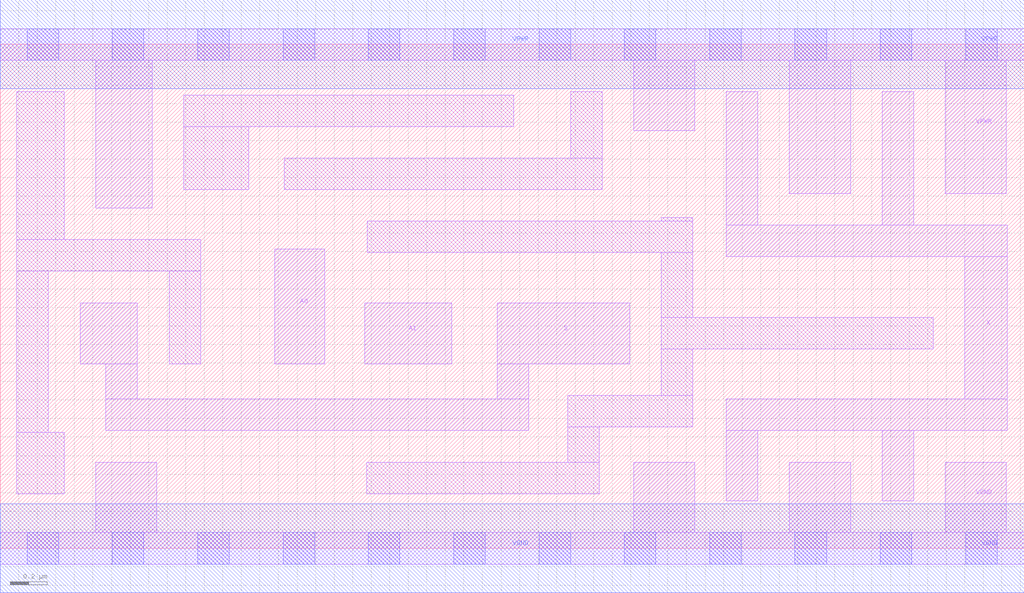
<source format=lef>
# Copyright 2020 The SkyWater PDK Authors
#
# Licensed under the Apache License, Version 2.0 (the "License");
# you may not use this file except in compliance with the License.
# You may obtain a copy of the License at
#
#     https://www.apache.org/licenses/LICENSE-2.0
#
# Unless required by applicable law or agreed to in writing, software
# distributed under the License is distributed on an "AS IS" BASIS,
# WITHOUT WARRANTIES OR CONDITIONS OF ANY KIND, either express or implied.
# See the License for the specific language governing permissions and
# limitations under the License.
#
# SPDX-License-Identifier: Apache-2.0

VERSION 5.7 ;
  NAMESCASESENSITIVE ON ;
  NOWIREEXTENSIONATPIN ON ;
  DIVIDERCHAR "/" ;
  BUSBITCHARS "[]" ;
UNITS
  DATABASE MICRONS 200 ;
END UNITS
MACRO sky130_fd_sc_hd__mux2_4
  CLASS CORE ;
  SOURCE USER ;
  FOREIGN sky130_fd_sc_hd__mux2_4 ;
  ORIGIN  0.000000  0.000000 ;
  SIZE  5.520000 BY  2.720000 ;
  SYMMETRY X Y R90 ;
  SITE unithd ;
  PIN A0
    ANTENNAGATEAREA  0.247500 ;
    DIRECTION INPUT ;
    USE SIGNAL ;
    PORT
      LAYER li1 ;
        RECT 1.480000 0.995000 1.750000 1.615000 ;
    END
  END A0
  PIN A1
    ANTENNAGATEAREA  0.247500 ;
    DIRECTION INPUT ;
    USE SIGNAL ;
    PORT
      LAYER li1 ;
        RECT 1.965000 0.995000 2.435000 1.325000 ;
    END
  END A1
  PIN S
    ANTENNAGATEAREA  0.495000 ;
    DIRECTION INPUT ;
    USE SIGNAL ;
    PORT
      LAYER li1 ;
        RECT 0.430000 0.995000 0.740000 1.325000 ;
        RECT 0.570000 0.635000 2.850000 0.805000 ;
        RECT 0.570000 0.805000 0.740000 0.995000 ;
        RECT 2.680000 0.805000 2.850000 0.995000 ;
        RECT 2.680000 0.995000 3.395000 1.325000 ;
    END
  END S
  PIN X
    ANTENNADIFFAREA  0.891000 ;
    DIRECTION OUTPUT ;
    USE SIGNAL ;
    PORT
      LAYER li1 ;
        RECT 3.915000 0.255000 4.085000 0.635000 ;
        RECT 3.915000 0.635000 5.430000 0.805000 ;
        RECT 3.915000 1.575000 5.430000 1.745000 ;
        RECT 3.915000 1.745000 4.085000 2.465000 ;
        RECT 4.755000 0.255000 4.925000 0.635000 ;
        RECT 4.755000 1.745000 4.925000 2.465000 ;
        RECT 5.200000 0.805000 5.430000 1.575000 ;
    END
  END X
  PIN VGND
    DIRECTION INOUT ;
    SHAPE ABUTMENT ;
    USE GROUND ;
    PORT
      LAYER li1 ;
        RECT 0.000000 -0.085000 5.520000 0.085000 ;
        RECT 0.515000  0.085000 0.845000 0.465000 ;
        RECT 3.415000  0.085000 3.745000 0.465000 ;
        RECT 4.255000  0.085000 4.585000 0.465000 ;
        RECT 5.095000  0.085000 5.425000 0.465000 ;
      LAYER mcon ;
        RECT 0.145000 -0.085000 0.315000 0.085000 ;
        RECT 0.605000 -0.085000 0.775000 0.085000 ;
        RECT 1.065000 -0.085000 1.235000 0.085000 ;
        RECT 1.525000 -0.085000 1.695000 0.085000 ;
        RECT 1.985000 -0.085000 2.155000 0.085000 ;
        RECT 2.445000 -0.085000 2.615000 0.085000 ;
        RECT 2.905000 -0.085000 3.075000 0.085000 ;
        RECT 3.365000 -0.085000 3.535000 0.085000 ;
        RECT 3.825000 -0.085000 3.995000 0.085000 ;
        RECT 4.285000 -0.085000 4.455000 0.085000 ;
        RECT 4.745000 -0.085000 4.915000 0.085000 ;
        RECT 5.205000 -0.085000 5.375000 0.085000 ;
      LAYER met1 ;
        RECT 0.000000 -0.240000 5.520000 0.240000 ;
    END
  END VGND
  PIN VPWR
    DIRECTION INOUT ;
    SHAPE ABUTMENT ;
    USE POWER ;
    PORT
      LAYER li1 ;
        RECT 0.000000 2.635000 5.520000 2.805000 ;
        RECT 0.515000 1.835000 0.820000 2.635000 ;
        RECT 3.415000 2.255000 3.745000 2.635000 ;
        RECT 4.255000 1.915000 4.585000 2.635000 ;
        RECT 5.095000 1.915000 5.425000 2.635000 ;
      LAYER mcon ;
        RECT 0.145000 2.635000 0.315000 2.805000 ;
        RECT 0.605000 2.635000 0.775000 2.805000 ;
        RECT 1.065000 2.635000 1.235000 2.805000 ;
        RECT 1.525000 2.635000 1.695000 2.805000 ;
        RECT 1.985000 2.635000 2.155000 2.805000 ;
        RECT 2.445000 2.635000 2.615000 2.805000 ;
        RECT 2.905000 2.635000 3.075000 2.805000 ;
        RECT 3.365000 2.635000 3.535000 2.805000 ;
        RECT 3.825000 2.635000 3.995000 2.805000 ;
        RECT 4.285000 2.635000 4.455000 2.805000 ;
        RECT 4.745000 2.635000 4.915000 2.805000 ;
        RECT 5.205000 2.635000 5.375000 2.805000 ;
      LAYER met1 ;
        RECT 0.000000 2.480000 5.520000 2.960000 ;
    END
  END VPWR
  OBS
    LAYER li1 ;
      RECT 0.090000 0.295000 0.345000 0.625000 ;
      RECT 0.090000 0.625000 0.260000 1.495000 ;
      RECT 0.090000 1.495000 1.080000 1.665000 ;
      RECT 0.090000 1.665000 0.345000 2.465000 ;
      RECT 0.910000 0.995000 1.080000 1.495000 ;
      RECT 0.990000 1.935000 1.340000 2.275000 ;
      RECT 0.990000 2.275000 2.770000 2.445000 ;
      RECT 1.530000 1.935000 3.245000 2.105000 ;
      RECT 1.975000 0.295000 3.230000 0.465000 ;
      RECT 1.980000 1.595000 3.735000 1.765000 ;
      RECT 3.060000 0.465000 3.230000 0.655000 ;
      RECT 3.060000 0.655000 3.735000 0.825000 ;
      RECT 3.075000 2.105000 3.245000 2.465000 ;
      RECT 3.565000 0.825000 3.735000 1.075000 ;
      RECT 3.565000 1.075000 5.030000 1.245000 ;
      RECT 3.565000 1.245000 3.735000 1.595000 ;
      RECT 3.565000 1.765000 3.735000 1.785000 ;
  END
END sky130_fd_sc_hd__mux2_4

</source>
